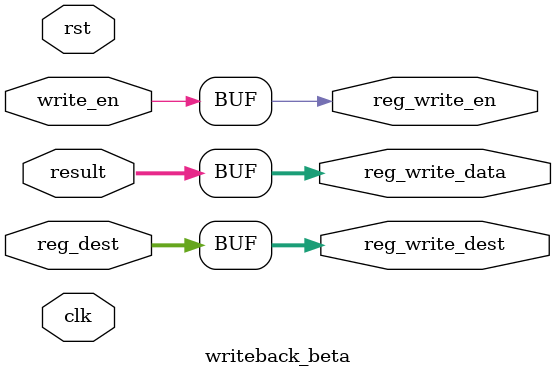
<source format=sv>
`timescale 1ns / 1ps
`include "common.vh"
module writeback_beta(
        input                       clk,
        input                       rst,
        input [31:0]                result,
        input [4:0]                 reg_dest,
        input                       write_en,

        output logic                reg_write_en,
        output logic [4:0]          reg_write_dest,
        output logic [31:0]         reg_write_data
);

    always_comb begin : generate_output
        reg_write_en = write_en;
        reg_write_dest = reg_dest;
        reg_write_data = result;
    end

endmodule

</source>
